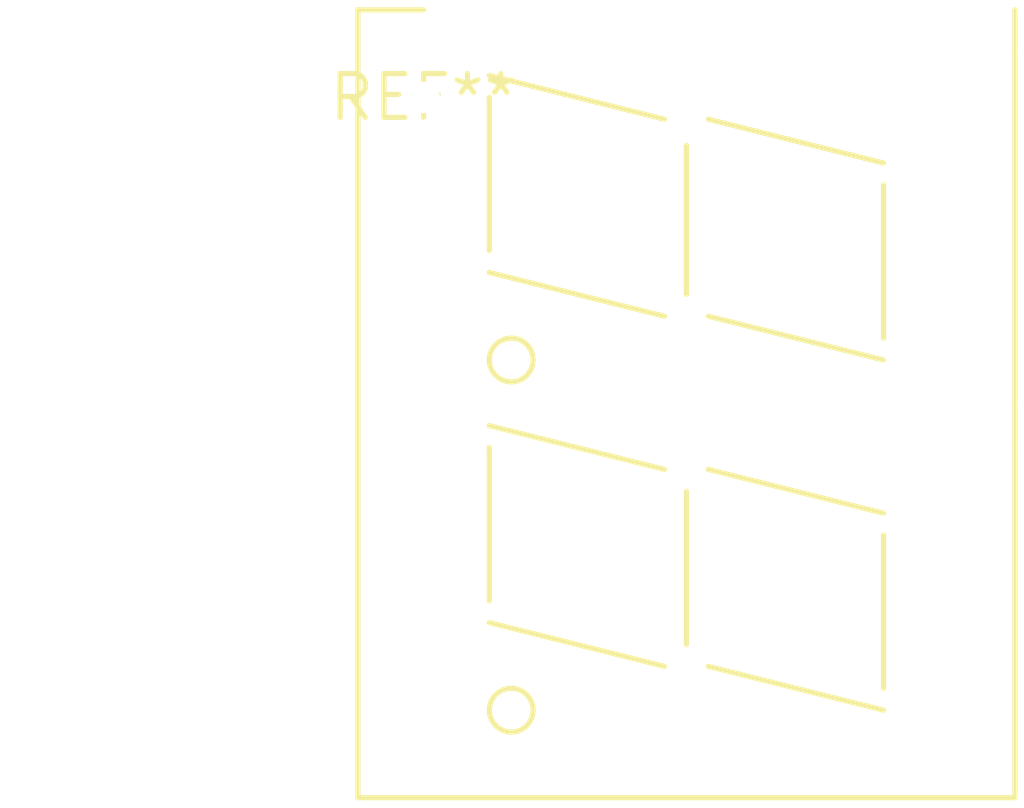
<source format=kicad_pcb>
(kicad_pcb (version 20240108) (generator pcbnew)
  (layers (0 "F.Cu" signal) (31 "B.Cu" signal) (34 "B.Paste" user) (35 "F.Paste" user) (36 "B.SilkS" user "B.Silkscreen") (37 "F.SilkS" user "F.Silkscreen") (38 "B.Mask" user) (39 "F.Mask" user) (44 "Edge.Cuts" user))
  (net 0 "")
  (footprint "AFF_2x7SEG-DIGIT_10mm" (layer "F.Cu") (at 0 0)
    (property "Reference" "REF**")
    (property "Value" "AFF_2x7SEG-DIGIT_10mm")
    (fp_line (start -1.905 -2.54) (end -1.905 -1.27) (layer "F.SilkS") (stroke (width 0.15)))
    (fp_line (start -1.905 -1.27) (end -1.905 8.89) (layer "F.SilkS") (stroke (width 0.15)))
    (fp_line (start -1.905 8.89) (end -1.905 10.16) (layer "F.SilkS") (stroke (width 0.15)))
    (fp_line (start -1.905 20.32) (end -1.905 10.16) (layer "F.SilkS") (stroke (width 0.15)))
    (fp_line (start 0 -2.54) (end -1.905 -2.54) (layer "F.SilkS") (stroke (width 0.15)))
    (fp_line (start 1.905 0) (end 1.905 4.445) (layer "F.SilkS") (stroke (width 0.15)))
    (fp_line (start 1.905 9.525) (end 6.985 10.795) (layer "F.SilkS") (stroke (width 0.15)))
    (fp_line (start 1.905 10.16) (end 1.905 14.605) (layer "F.SilkS") (stroke (width 0.15)))
    (fp_line (start 6.985 0.635) (end 1.905 -0.635) (layer "F.SilkS") (stroke (width 0.15)))
    (fp_line (start 6.985 6.35) (end 1.905 5.08) (layer "F.SilkS") (stroke (width 0.15)))
    (fp_line (start 6.985 16.51) (end 1.905 15.24) (layer "F.SilkS") (stroke (width 0.15)))
    (fp_line (start 7.62 1.397) (end 7.62 5.715) (layer "F.SilkS") (stroke (width 0.15)))
    (fp_line (start 7.62 1.524) (end 7.62 5.588) (layer "F.SilkS") (stroke (width 0.15)))
    (fp_line (start 7.62 11.43) (end 7.62 15.875) (layer "F.SilkS") (stroke (width 0.15)))
    (fp_line (start 8.255 0.635) (end 13.335 1.905) (layer "F.SilkS") (stroke (width 0.15)))
    (fp_line (start 8.255 6.35) (end 13.335 7.62) (layer "F.SilkS") (stroke (width 0.15)))
    (fp_line (start 8.255 10.795) (end 13.335 12.065) (layer "F.SilkS") (stroke (width 0.15)))
    (fp_line (start 8.255 16.51) (end 13.335 17.78) (layer "F.SilkS") (stroke (width 0.15)))
    (fp_line (start 13.335 2.54) (end 13.335 6.985) (layer "F.SilkS") (stroke (width 0.15)))
    (fp_line (start 13.335 12.7) (end 13.335 17.145) (layer "F.SilkS") (stroke (width 0.15)))
    (fp_line (start 17.145 -1.27) (end 17.145 -2.54) (layer "F.SilkS") (stroke (width 0.15)))
    (fp_line (start 17.145 8.89) (end 17.145 -1.27) (layer "F.SilkS") (stroke (width 0.15)))
    (fp_line (start 17.145 10.16) (end 17.145 8.89) (layer "F.SilkS") (stroke (width 0.15)))
    (fp_line (start 17.145 10.16) (end 17.145 20.32) (layer "F.SilkS") (stroke (width 0.15)))
    (fp_line (start 17.145 20.32) (end -1.905 20.32) (layer "F.SilkS") (stroke (width 0.15)))
    (fp_circle (center 2.54 7.62) (end 2.54 8.255) (layer "F.SilkS") (stroke (width 0.15)) (fill none))
    (fp_circle (center 2.54 17.78) (end 2.54 18.415) (layer "F.SilkS") (stroke (width 0.15)) (fill none))
    (pad "1" thru_hole rect (at 0 0 270) (size 2.032 2.032) (drill 0.9144) (layers *.Cu *.Mask) (remove_unused_layers))
    (pad "2" thru_hole circle (at 0 2.54 270) (size 2.032 2.032) (drill 0.9144) (layers *.Cu *.Mask) (remove_unused_layers))
    (pad "3" thru_hole circle (at 0 5.08 270) (size 2.032 2.032) (drill 0.9144) (layers *.Cu *.Mask) (remove_unused_layers))
    (pad "4" thru_hole circle (at 0 7.62 270) (size 2.032 2.032) (drill 0.9144) (layers *.Cu *.Mask) (remove_unused_layers))
    (pad "5" thru_hole circle (at 0 10.16 270) (size 2.032 2.032) (drill 0.9144) (layers *.Cu *.Mask) (remove_unused_layers))
    (pad "6" thru_hole circle (at 0 12.7 270) (size 2.032 2.032) (drill 0.9144) (layers *.Cu *.Mask) (remove_unused_layers))
    (pad "7" thru_hole circle (at 0 15.24 270) (size 2.032 2.032) (drill 0.9144) (layers *.Cu *.Mask) (remove_unused_layers))
    (pad "8" thru_hole circle (at 0 17.78 270) (size 2.032 2.032) (drill 0.9144) (layers *.Cu *.Mask) (remove_unused_layers))
    (pad "9" thru_hole circle (at 15.24 17.78 270) (size 2.032 2.032) (drill 0.9144) (layers *.Cu *.Mask) (remove_unused_layers))
    (pad "10" thru_hole circle (at 15.24 15.24 270) (size 2.032 2.032) (drill 0.9144) (layers *.Cu *.Mask) (remove_unused_layers))
    (pad "11" thru_hole circle (at 15.24 12.7 270) (size 2.032 2.032) (drill 0.9144) (layers *.Cu *.Mask) (remove_unused_layers))
    (pad "12" thru_hole circle (at 15.24 10.16 270) (size 2.032 2.032) (drill 0.9144) (layers *.Cu *.Mask) (remove_unused_layers))
    (pad "13" thru_hole circle (at 15.24 7.62 270) (size 2.032 2.032) (drill 0.9144) (layers *.Cu *.Mask) (remove_unused_layers))
    (pad "14" thru_hole circle (at 15.24 5.08 270) (size 2.032 2.032) (drill 0.9144) (layers *.Cu *.Mask) (remove_unused_layers))
    (pad "15" thru_hole circle (at 15.24 2.54 270) (size 2.032 2.032) (drill 0.9144) (layers *.Cu *.Mask) (remove_unused_layers))
    (pad "16" thru_hole circle (at 15.24 0 270) (size 2.032 2.032) (drill 0.9144) (layers *.Cu *.Mask) (remove_unused_layers))
  )
)
</source>
